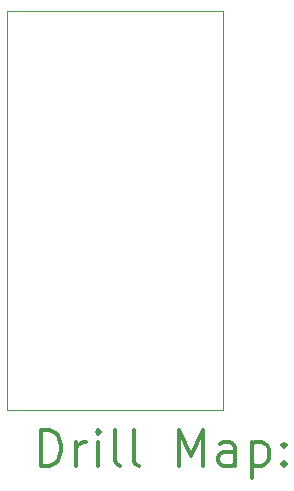
<source format=gbr>
%FSLAX45Y45*%
G04 Gerber Fmt 4.5, Leading zero omitted, Abs format (unit mm)*
G04 Created by KiCad (PCBNEW 5.1.12-84ad8e8a86~92~ubuntu20.04.1) date 2022-05-29 14:18:37*
%MOMM*%
%LPD*%
G01*
G04 APERTURE LIST*
%TA.AperFunction,Profile*%
%ADD10C,0.050000*%
%TD*%
%ADD11C,0.200000*%
%ADD12C,0.300000*%
G04 APERTURE END LIST*
D10*
X12598400Y-9753600D02*
X12598400Y-6375400D01*
X14427200Y-9753600D02*
X12598400Y-9753600D01*
X14427200Y-6375400D02*
X14427200Y-9753600D01*
X12598400Y-6375400D02*
X14427200Y-6375400D01*
D11*
D12*
X12882328Y-10221814D02*
X12882328Y-9921814D01*
X12953757Y-9921814D01*
X12996614Y-9936100D01*
X13025186Y-9964672D01*
X13039471Y-9993243D01*
X13053757Y-10050386D01*
X13053757Y-10093243D01*
X13039471Y-10150386D01*
X13025186Y-10178957D01*
X12996614Y-10207529D01*
X12953757Y-10221814D01*
X12882328Y-10221814D01*
X13182328Y-10221814D02*
X13182328Y-10021814D01*
X13182328Y-10078957D02*
X13196614Y-10050386D01*
X13210900Y-10036100D01*
X13239471Y-10021814D01*
X13268043Y-10021814D01*
X13368043Y-10221814D02*
X13368043Y-10021814D01*
X13368043Y-9921814D02*
X13353757Y-9936100D01*
X13368043Y-9950386D01*
X13382328Y-9936100D01*
X13368043Y-9921814D01*
X13368043Y-9950386D01*
X13553757Y-10221814D02*
X13525186Y-10207529D01*
X13510900Y-10178957D01*
X13510900Y-9921814D01*
X13710900Y-10221814D02*
X13682328Y-10207529D01*
X13668043Y-10178957D01*
X13668043Y-9921814D01*
X14053757Y-10221814D02*
X14053757Y-9921814D01*
X14153757Y-10136100D01*
X14253757Y-9921814D01*
X14253757Y-10221814D01*
X14525186Y-10221814D02*
X14525186Y-10064672D01*
X14510900Y-10036100D01*
X14482328Y-10021814D01*
X14425186Y-10021814D01*
X14396614Y-10036100D01*
X14525186Y-10207529D02*
X14496614Y-10221814D01*
X14425186Y-10221814D01*
X14396614Y-10207529D01*
X14382328Y-10178957D01*
X14382328Y-10150386D01*
X14396614Y-10121814D01*
X14425186Y-10107529D01*
X14496614Y-10107529D01*
X14525186Y-10093243D01*
X14668043Y-10021814D02*
X14668043Y-10321814D01*
X14668043Y-10036100D02*
X14696614Y-10021814D01*
X14753757Y-10021814D01*
X14782328Y-10036100D01*
X14796614Y-10050386D01*
X14810900Y-10078957D01*
X14810900Y-10164672D01*
X14796614Y-10193243D01*
X14782328Y-10207529D01*
X14753757Y-10221814D01*
X14696614Y-10221814D01*
X14668043Y-10207529D01*
X14939471Y-10193243D02*
X14953757Y-10207529D01*
X14939471Y-10221814D01*
X14925186Y-10207529D01*
X14939471Y-10193243D01*
X14939471Y-10221814D01*
X14939471Y-10036100D02*
X14953757Y-10050386D01*
X14939471Y-10064672D01*
X14925186Y-10050386D01*
X14939471Y-10036100D01*
X14939471Y-10064672D01*
M02*

</source>
